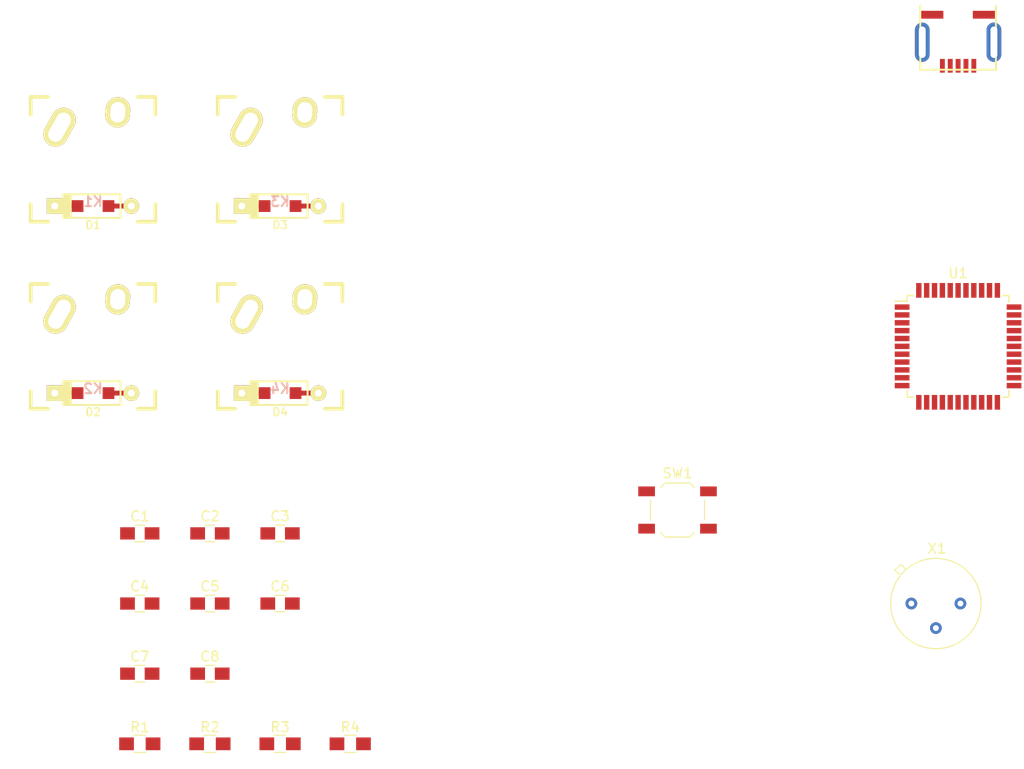
<source format=kicad_pcb>
(kicad_pcb (version 4) (host pcbnew 4.0.6)

  (general
    (links 72)
    (no_connects 40)
    (area 0 0 0 0)
    (thickness 1.6)
    (drawings 0)
    (tracks 0)
    (zones 0)
    (modules 24)
    (nets 45)
  )

  (page A4)
  (layers
    (0 F.Cu signal)
    (31 B.Cu signal)
    (32 B.Adhes user)
    (33 F.Adhes user)
    (34 B.Paste user)
    (35 F.Paste user)
    (36 B.SilkS user)
    (37 F.SilkS user)
    (38 B.Mask user)
    (39 F.Mask user)
    (40 Dwgs.User user)
    (41 Cmts.User user)
    (42 Eco1.User user)
    (43 Eco2.User user)
    (44 Edge.Cuts user)
    (45 Margin user)
    (46 B.CrtYd user)
    (47 F.CrtYd user)
    (48 B.Fab user)
    (49 F.Fab user)
  )

  (setup
    (last_trace_width 0.25)
    (trace_clearance 0.2)
    (zone_clearance 0.508)
    (zone_45_only no)
    (trace_min 0.2)
    (segment_width 0.2)
    (edge_width 0.15)
    (via_size 0.6)
    (via_drill 0.4)
    (via_min_size 0.4)
    (via_min_drill 0.3)
    (uvia_size 0.3)
    (uvia_drill 0.1)
    (uvias_allowed no)
    (uvia_min_size 0.2)
    (uvia_min_drill 0.1)
    (pcb_text_width 0.3)
    (pcb_text_size 1.5 1.5)
    (mod_edge_width 0.15)
    (mod_text_size 1 1)
    (mod_text_width 0.15)
    (pad_size 1.524 1.524)
    (pad_drill 0.762)
    (pad_to_mask_clearance 0.2)
    (aux_axis_origin 0 0)
    (visible_elements FFFFF77F)
    (pcbplotparams
      (layerselection 0x00030_80000001)
      (usegerberextensions false)
      (excludeedgelayer true)
      (linewidth 0.100000)
      (plotframeref false)
      (viasonmask false)
      (mode 1)
      (useauxorigin false)
      (hpglpennumber 1)
      (hpglpenspeed 20)
      (hpglpendiameter 15)
      (hpglpenoverlay 2)
      (psnegative false)
      (psa4output false)
      (plotreference true)
      (plotvalue true)
      (plotinvisibletext false)
      (padsonsilk false)
      (subtractmaskfromsilk false)
      (outputformat 1)
      (mirror false)
      (drillshape 1)
      (scaleselection 1)
      (outputdirectory ""))
  )

  (net 0 "")
  (net 1 "Net-(C1-Pad1)")
  (net 2 "Net-(C1-Pad2)")
  (net 3 "Net-(C2-Pad1)")
  (net 4 VCC)
  (net 5 GND)
  (net 6 "Net-(C8-Pad1)")
  (net 7 "Net-(D1-Pad2)")
  (net 8 /row0)
  (net 9 "Net-(D2-Pad2)")
  (net 10 /row1)
  (net 11 "Net-(D3-Pad2)")
  (net 12 "Net-(D4-Pad2)")
  (net 13 "Net-(J1-Pad2)")
  (net 14 "Net-(J1-Pad3)")
  (net 15 "Net-(J1-Pad4)")
  (net 16 /col0)
  (net 17 /col1)
  (net 18 "Net-(R1-Pad1)")
  (net 19 "Net-(R2-Pad2)")
  (net 20 "Net-(R3-Pad1)")
  (net 21 "Net-(R4-Pad1)")
  (net 22 "Net-(U1-Pad1)")
  (net 23 "Net-(U1-Pad7)")
  (net 24 "Net-(U1-Pad8)")
  (net 25 "Net-(U1-Pad9)")
  (net 26 "Net-(U1-Pad10)")
  (net 27 "Net-(U1-Pad11)")
  (net 28 "Net-(U1-Pad12)")
  (net 29 "Net-(U1-Pad18)")
  (net 30 "Net-(U1-Pad19)")
  (net 31 "Net-(U1-Pad20)")
  (net 32 "Net-(U1-Pad21)")
  (net 33 "Net-(U1-Pad22)")
  (net 34 "Net-(U1-Pad25)")
  (net 35 "Net-(U1-Pad26)")
  (net 36 "Net-(U1-Pad27)")
  (net 37 "Net-(U1-Pad28)")
  (net 38 "Net-(U1-Pad29)")
  (net 39 "Net-(U1-Pad30)")
  (net 40 "Net-(U1-Pad31)")
  (net 41 "Net-(U1-Pad32)")
  (net 42 "Net-(U1-Pad36)")
  (net 43 "Net-(U1-Pad37)")
  (net 44 "Net-(U1-Pad42)")

  (net_class Default "This is the default net class."
    (clearance 0.2)
    (trace_width 0.25)
    (via_dia 0.6)
    (via_drill 0.4)
    (uvia_dia 0.3)
    (uvia_drill 0.1)
    (add_net /col0)
    (add_net /col1)
    (add_net /row0)
    (add_net /row1)
    (add_net GND)
    (add_net "Net-(C1-Pad1)")
    (add_net "Net-(C1-Pad2)")
    (add_net "Net-(C2-Pad1)")
    (add_net "Net-(C8-Pad1)")
    (add_net "Net-(D1-Pad2)")
    (add_net "Net-(D2-Pad2)")
    (add_net "Net-(D3-Pad2)")
    (add_net "Net-(D4-Pad2)")
    (add_net "Net-(J1-Pad2)")
    (add_net "Net-(J1-Pad3)")
    (add_net "Net-(J1-Pad4)")
    (add_net "Net-(R1-Pad1)")
    (add_net "Net-(R2-Pad2)")
    (add_net "Net-(R3-Pad1)")
    (add_net "Net-(R4-Pad1)")
    (add_net "Net-(U1-Pad1)")
    (add_net "Net-(U1-Pad10)")
    (add_net "Net-(U1-Pad11)")
    (add_net "Net-(U1-Pad12)")
    (add_net "Net-(U1-Pad18)")
    (add_net "Net-(U1-Pad19)")
    (add_net "Net-(U1-Pad20)")
    (add_net "Net-(U1-Pad21)")
    (add_net "Net-(U1-Pad22)")
    (add_net "Net-(U1-Pad25)")
    (add_net "Net-(U1-Pad26)")
    (add_net "Net-(U1-Pad27)")
    (add_net "Net-(U1-Pad28)")
    (add_net "Net-(U1-Pad29)")
    (add_net "Net-(U1-Pad30)")
    (add_net "Net-(U1-Pad31)")
    (add_net "Net-(U1-Pad32)")
    (add_net "Net-(U1-Pad36)")
    (add_net "Net-(U1-Pad37)")
    (add_net "Net-(U1-Pad42)")
    (add_net "Net-(U1-Pad7)")
    (add_net "Net-(U1-Pad8)")
    (add_net "Net-(U1-Pad9)")
    (add_net VCC)
  )

  (module Capacitors_SMD:C_0805_HandSoldering (layer F.Cu) (tedit 58AA84A8) (tstamp 597A8C4F)
    (at 104.775 126.20625)
    (descr "Capacitor SMD 0805, hand soldering")
    (tags "capacitor 0805")
    (path /597A9852)
    (attr smd)
    (fp_text reference C1 (at 0 -1.75) (layer F.SilkS)
      (effects (font (size 1 1) (thickness 0.15)))
    )
    (fp_text value 22p (at 0 1.75) (layer F.Fab)
      (effects (font (size 1 1) (thickness 0.15)))
    )
    (fp_text user %R (at 0 -1.75) (layer F.Fab)
      (effects (font (size 1 1) (thickness 0.15)))
    )
    (fp_line (start -1 0.62) (end -1 -0.62) (layer F.Fab) (width 0.1))
    (fp_line (start 1 0.62) (end -1 0.62) (layer F.Fab) (width 0.1))
    (fp_line (start 1 -0.62) (end 1 0.62) (layer F.Fab) (width 0.1))
    (fp_line (start -1 -0.62) (end 1 -0.62) (layer F.Fab) (width 0.1))
    (fp_line (start 0.5 -0.85) (end -0.5 -0.85) (layer F.SilkS) (width 0.12))
    (fp_line (start -0.5 0.85) (end 0.5 0.85) (layer F.SilkS) (width 0.12))
    (fp_line (start -2.25 -0.88) (end 2.25 -0.88) (layer F.CrtYd) (width 0.05))
    (fp_line (start -2.25 -0.88) (end -2.25 0.87) (layer F.CrtYd) (width 0.05))
    (fp_line (start 2.25 0.87) (end 2.25 -0.88) (layer F.CrtYd) (width 0.05))
    (fp_line (start 2.25 0.87) (end -2.25 0.87) (layer F.CrtYd) (width 0.05))
    (pad 1 smd rect (at -1.25 0) (size 1.5 1.25) (layers F.Cu F.Paste F.Mask)
      (net 1 "Net-(C1-Pad1)"))
    (pad 2 smd rect (at 1.25 0) (size 1.5 1.25) (layers F.Cu F.Paste F.Mask)
      (net 2 "Net-(C1-Pad2)"))
    (model Capacitors_SMD.3dshapes/C_0805.wrl
      (at (xyz 0 0 0))
      (scale (xyz 1 1 1))
      (rotate (xyz 0 0 0))
    )
  )

  (module Capacitors_SMD:C_0805_HandSoldering (layer F.Cu) (tedit 58AA84A8) (tstamp 597A8C55)
    (at 111.91875 126.20625)
    (descr "Capacitor SMD 0805, hand soldering")
    (tags "capacitor 0805")
    (path /597A98A3)
    (attr smd)
    (fp_text reference C2 (at 0 -1.75) (layer F.SilkS)
      (effects (font (size 1 1) (thickness 0.15)))
    )
    (fp_text value 22p (at 0 1.75) (layer F.Fab)
      (effects (font (size 1 1) (thickness 0.15)))
    )
    (fp_text user %R (at 0 -1.75) (layer F.Fab)
      (effects (font (size 1 1) (thickness 0.15)))
    )
    (fp_line (start -1 0.62) (end -1 -0.62) (layer F.Fab) (width 0.1))
    (fp_line (start 1 0.62) (end -1 0.62) (layer F.Fab) (width 0.1))
    (fp_line (start 1 -0.62) (end 1 0.62) (layer F.Fab) (width 0.1))
    (fp_line (start -1 -0.62) (end 1 -0.62) (layer F.Fab) (width 0.1))
    (fp_line (start 0.5 -0.85) (end -0.5 -0.85) (layer F.SilkS) (width 0.12))
    (fp_line (start -0.5 0.85) (end 0.5 0.85) (layer F.SilkS) (width 0.12))
    (fp_line (start -2.25 -0.88) (end 2.25 -0.88) (layer F.CrtYd) (width 0.05))
    (fp_line (start -2.25 -0.88) (end -2.25 0.87) (layer F.CrtYd) (width 0.05))
    (fp_line (start 2.25 0.87) (end 2.25 -0.88) (layer F.CrtYd) (width 0.05))
    (fp_line (start 2.25 0.87) (end -2.25 0.87) (layer F.CrtYd) (width 0.05))
    (pad 1 smd rect (at -1.25 0) (size 1.5 1.25) (layers F.Cu F.Paste F.Mask)
      (net 3 "Net-(C2-Pad1)"))
    (pad 2 smd rect (at 1.25 0) (size 1.5 1.25) (layers F.Cu F.Paste F.Mask)
      (net 2 "Net-(C1-Pad2)"))
    (model Capacitors_SMD.3dshapes/C_0805.wrl
      (at (xyz 0 0 0))
      (scale (xyz 1 1 1))
      (rotate (xyz 0 0 0))
    )
  )

  (module Capacitors_SMD:C_0805_HandSoldering (layer F.Cu) (tedit 58AA84A8) (tstamp 597A8C5B)
    (at 119.0625 126.20625)
    (descr "Capacitor SMD 0805, hand soldering")
    (tags "capacitor 0805")
    (path /597A98DA)
    (attr smd)
    (fp_text reference C3 (at 0 -1.75) (layer F.SilkS)
      (effects (font (size 1 1) (thickness 0.15)))
    )
    (fp_text value 0.1u (at 0 1.75) (layer F.Fab)
      (effects (font (size 1 1) (thickness 0.15)))
    )
    (fp_text user %R (at 0 -1.75) (layer F.Fab)
      (effects (font (size 1 1) (thickness 0.15)))
    )
    (fp_line (start -1 0.62) (end -1 -0.62) (layer F.Fab) (width 0.1))
    (fp_line (start 1 0.62) (end -1 0.62) (layer F.Fab) (width 0.1))
    (fp_line (start 1 -0.62) (end 1 0.62) (layer F.Fab) (width 0.1))
    (fp_line (start -1 -0.62) (end 1 -0.62) (layer F.Fab) (width 0.1))
    (fp_line (start 0.5 -0.85) (end -0.5 -0.85) (layer F.SilkS) (width 0.12))
    (fp_line (start -0.5 0.85) (end 0.5 0.85) (layer F.SilkS) (width 0.12))
    (fp_line (start -2.25 -0.88) (end 2.25 -0.88) (layer F.CrtYd) (width 0.05))
    (fp_line (start -2.25 -0.88) (end -2.25 0.87) (layer F.CrtYd) (width 0.05))
    (fp_line (start 2.25 0.87) (end 2.25 -0.88) (layer F.CrtYd) (width 0.05))
    (fp_line (start 2.25 0.87) (end -2.25 0.87) (layer F.CrtYd) (width 0.05))
    (pad 1 smd rect (at -1.25 0) (size 1.5 1.25) (layers F.Cu F.Paste F.Mask)
      (net 4 VCC))
    (pad 2 smd rect (at 1.25 0) (size 1.5 1.25) (layers F.Cu F.Paste F.Mask)
      (net 5 GND))
    (model Capacitors_SMD.3dshapes/C_0805.wrl
      (at (xyz 0 0 0))
      (scale (xyz 1 1 1))
      (rotate (xyz 0 0 0))
    )
  )

  (module Capacitors_SMD:C_0805_HandSoldering (layer F.Cu) (tedit 58AA84A8) (tstamp 597A8C61)
    (at 104.775 133.35)
    (descr "Capacitor SMD 0805, hand soldering")
    (tags "capacitor 0805")
    (path /597A992F)
    (attr smd)
    (fp_text reference C4 (at 0 -1.75) (layer F.SilkS)
      (effects (font (size 1 1) (thickness 0.15)))
    )
    (fp_text value 0.1u (at 0 1.75) (layer F.Fab)
      (effects (font (size 1 1) (thickness 0.15)))
    )
    (fp_text user %R (at 0 -1.75) (layer F.Fab)
      (effects (font (size 1 1) (thickness 0.15)))
    )
    (fp_line (start -1 0.62) (end -1 -0.62) (layer F.Fab) (width 0.1))
    (fp_line (start 1 0.62) (end -1 0.62) (layer F.Fab) (width 0.1))
    (fp_line (start 1 -0.62) (end 1 0.62) (layer F.Fab) (width 0.1))
    (fp_line (start -1 -0.62) (end 1 -0.62) (layer F.Fab) (width 0.1))
    (fp_line (start 0.5 -0.85) (end -0.5 -0.85) (layer F.SilkS) (width 0.12))
    (fp_line (start -0.5 0.85) (end 0.5 0.85) (layer F.SilkS) (width 0.12))
    (fp_line (start -2.25 -0.88) (end 2.25 -0.88) (layer F.CrtYd) (width 0.05))
    (fp_line (start -2.25 -0.88) (end -2.25 0.87) (layer F.CrtYd) (width 0.05))
    (fp_line (start 2.25 0.87) (end 2.25 -0.88) (layer F.CrtYd) (width 0.05))
    (fp_line (start 2.25 0.87) (end -2.25 0.87) (layer F.CrtYd) (width 0.05))
    (pad 1 smd rect (at -1.25 0) (size 1.5 1.25) (layers F.Cu F.Paste F.Mask)
      (net 4 VCC))
    (pad 2 smd rect (at 1.25 0) (size 1.5 1.25) (layers F.Cu F.Paste F.Mask)
      (net 5 GND))
    (model Capacitors_SMD.3dshapes/C_0805.wrl
      (at (xyz 0 0 0))
      (scale (xyz 1 1 1))
      (rotate (xyz 0 0 0))
    )
  )

  (module Capacitors_SMD:C_0805_HandSoldering (layer F.Cu) (tedit 58AA84A8) (tstamp 597A8C67)
    (at 111.91875 133.35)
    (descr "Capacitor SMD 0805, hand soldering")
    (tags "capacitor 0805")
    (path /597A9966)
    (attr smd)
    (fp_text reference C5 (at 0 -1.75) (layer F.SilkS)
      (effects (font (size 1 1) (thickness 0.15)))
    )
    (fp_text value 0.1u (at 0 1.75) (layer F.Fab)
      (effects (font (size 1 1) (thickness 0.15)))
    )
    (fp_text user %R (at 0 -1.75) (layer F.Fab)
      (effects (font (size 1 1) (thickness 0.15)))
    )
    (fp_line (start -1 0.62) (end -1 -0.62) (layer F.Fab) (width 0.1))
    (fp_line (start 1 0.62) (end -1 0.62) (layer F.Fab) (width 0.1))
    (fp_line (start 1 -0.62) (end 1 0.62) (layer F.Fab) (width 0.1))
    (fp_line (start -1 -0.62) (end 1 -0.62) (layer F.Fab) (width 0.1))
    (fp_line (start 0.5 -0.85) (end -0.5 -0.85) (layer F.SilkS) (width 0.12))
    (fp_line (start -0.5 0.85) (end 0.5 0.85) (layer F.SilkS) (width 0.12))
    (fp_line (start -2.25 -0.88) (end 2.25 -0.88) (layer F.CrtYd) (width 0.05))
    (fp_line (start -2.25 -0.88) (end -2.25 0.87) (layer F.CrtYd) (width 0.05))
    (fp_line (start 2.25 0.87) (end 2.25 -0.88) (layer F.CrtYd) (width 0.05))
    (fp_line (start 2.25 0.87) (end -2.25 0.87) (layer F.CrtYd) (width 0.05))
    (pad 1 smd rect (at -1.25 0) (size 1.5 1.25) (layers F.Cu F.Paste F.Mask)
      (net 4 VCC))
    (pad 2 smd rect (at 1.25 0) (size 1.5 1.25) (layers F.Cu F.Paste F.Mask)
      (net 5 GND))
    (model Capacitors_SMD.3dshapes/C_0805.wrl
      (at (xyz 0 0 0))
      (scale (xyz 1 1 1))
      (rotate (xyz 0 0 0))
    )
  )

  (module Capacitors_SMD:C_0805_HandSoldering (layer F.Cu) (tedit 58AA84A8) (tstamp 597A8C6D)
    (at 119.0625 133.35)
    (descr "Capacitor SMD 0805, hand soldering")
    (tags "capacitor 0805")
    (path /597A9A07)
    (attr smd)
    (fp_text reference C6 (at 0 -1.75) (layer F.SilkS)
      (effects (font (size 1 1) (thickness 0.15)))
    )
    (fp_text value 0.1u (at 0 1.75) (layer F.Fab)
      (effects (font (size 1 1) (thickness 0.15)))
    )
    (fp_text user %R (at 0 -1.75) (layer F.Fab)
      (effects (font (size 1 1) (thickness 0.15)))
    )
    (fp_line (start -1 0.62) (end -1 -0.62) (layer F.Fab) (width 0.1))
    (fp_line (start 1 0.62) (end -1 0.62) (layer F.Fab) (width 0.1))
    (fp_line (start 1 -0.62) (end 1 0.62) (layer F.Fab) (width 0.1))
    (fp_line (start -1 -0.62) (end 1 -0.62) (layer F.Fab) (width 0.1))
    (fp_line (start 0.5 -0.85) (end -0.5 -0.85) (layer F.SilkS) (width 0.12))
    (fp_line (start -0.5 0.85) (end 0.5 0.85) (layer F.SilkS) (width 0.12))
    (fp_line (start -2.25 -0.88) (end 2.25 -0.88) (layer F.CrtYd) (width 0.05))
    (fp_line (start -2.25 -0.88) (end -2.25 0.87) (layer F.CrtYd) (width 0.05))
    (fp_line (start 2.25 0.87) (end 2.25 -0.88) (layer F.CrtYd) (width 0.05))
    (fp_line (start 2.25 0.87) (end -2.25 0.87) (layer F.CrtYd) (width 0.05))
    (pad 1 smd rect (at -1.25 0) (size 1.5 1.25) (layers F.Cu F.Paste F.Mask)
      (net 4 VCC))
    (pad 2 smd rect (at 1.25 0) (size 1.5 1.25) (layers F.Cu F.Paste F.Mask)
      (net 5 GND))
    (model Capacitors_SMD.3dshapes/C_0805.wrl
      (at (xyz 0 0 0))
      (scale (xyz 1 1 1))
      (rotate (xyz 0 0 0))
    )
  )

  (module Capacitors_SMD:C_0805_HandSoldering (layer F.Cu) (tedit 58AA84A8) (tstamp 597A8C73)
    (at 104.775 140.49375)
    (descr "Capacitor SMD 0805, hand soldering")
    (tags "capacitor 0805")
    (path /597A9A3A)
    (attr smd)
    (fp_text reference C7 (at 0 -1.75) (layer F.SilkS)
      (effects (font (size 1 1) (thickness 0.15)))
    )
    (fp_text value 0.1u (at 0 1.75) (layer F.Fab)
      (effects (font (size 1 1) (thickness 0.15)))
    )
    (fp_text user %R (at 0 -1.75) (layer F.Fab)
      (effects (font (size 1 1) (thickness 0.15)))
    )
    (fp_line (start -1 0.62) (end -1 -0.62) (layer F.Fab) (width 0.1))
    (fp_line (start 1 0.62) (end -1 0.62) (layer F.Fab) (width 0.1))
    (fp_line (start 1 -0.62) (end 1 0.62) (layer F.Fab) (width 0.1))
    (fp_line (start -1 -0.62) (end 1 -0.62) (layer F.Fab) (width 0.1))
    (fp_line (start 0.5 -0.85) (end -0.5 -0.85) (layer F.SilkS) (width 0.12))
    (fp_line (start -0.5 0.85) (end 0.5 0.85) (layer F.SilkS) (width 0.12))
    (fp_line (start -2.25 -0.88) (end 2.25 -0.88) (layer F.CrtYd) (width 0.05))
    (fp_line (start -2.25 -0.88) (end -2.25 0.87) (layer F.CrtYd) (width 0.05))
    (fp_line (start 2.25 0.87) (end 2.25 -0.88) (layer F.CrtYd) (width 0.05))
    (fp_line (start 2.25 0.87) (end -2.25 0.87) (layer F.CrtYd) (width 0.05))
    (pad 1 smd rect (at -1.25 0) (size 1.5 1.25) (layers F.Cu F.Paste F.Mask)
      (net 4 VCC))
    (pad 2 smd rect (at 1.25 0) (size 1.5 1.25) (layers F.Cu F.Paste F.Mask)
      (net 5 GND))
    (model Capacitors_SMD.3dshapes/C_0805.wrl
      (at (xyz 0 0 0))
      (scale (xyz 1 1 1))
      (rotate (xyz 0 0 0))
    )
  )

  (module Capacitors_SMD:C_0805_HandSoldering (layer F.Cu) (tedit 58AA84A8) (tstamp 597A8C79)
    (at 111.91875 140.49375)
    (descr "Capacitor SMD 0805, hand soldering")
    (tags "capacitor 0805")
    (path /597AB8CA)
    (attr smd)
    (fp_text reference C8 (at 0 -1.75) (layer F.SilkS)
      (effects (font (size 1 1) (thickness 0.15)))
    )
    (fp_text value 1u (at 0 1.75) (layer F.Fab)
      (effects (font (size 1 1) (thickness 0.15)))
    )
    (fp_text user %R (at 0 -1.75) (layer F.Fab)
      (effects (font (size 1 1) (thickness 0.15)))
    )
    (fp_line (start -1 0.62) (end -1 -0.62) (layer F.Fab) (width 0.1))
    (fp_line (start 1 0.62) (end -1 0.62) (layer F.Fab) (width 0.1))
    (fp_line (start 1 -0.62) (end 1 0.62) (layer F.Fab) (width 0.1))
    (fp_line (start -1 -0.62) (end 1 -0.62) (layer F.Fab) (width 0.1))
    (fp_line (start 0.5 -0.85) (end -0.5 -0.85) (layer F.SilkS) (width 0.12))
    (fp_line (start -0.5 0.85) (end 0.5 0.85) (layer F.SilkS) (width 0.12))
    (fp_line (start -2.25 -0.88) (end 2.25 -0.88) (layer F.CrtYd) (width 0.05))
    (fp_line (start -2.25 -0.88) (end -2.25 0.87) (layer F.CrtYd) (width 0.05))
    (fp_line (start 2.25 0.87) (end 2.25 -0.88) (layer F.CrtYd) (width 0.05))
    (fp_line (start 2.25 0.87) (end -2.25 0.87) (layer F.CrtYd) (width 0.05))
    (pad 1 smd rect (at -1.25 0) (size 1.5 1.25) (layers F.Cu F.Paste F.Mask)
      (net 6 "Net-(C8-Pad1)"))
    (pad 2 smd rect (at 1.25 0) (size 1.5 1.25) (layers F.Cu F.Paste F.Mask)
      (net 5 GND))
    (model Capacitors_SMD.3dshapes/C_0805.wrl
      (at (xyz 0 0 0))
      (scale (xyz 1 1 1))
      (rotate (xyz 0 0 0))
    )
  )

  (module keyboard_parts:D_SOD123_axial (layer F.Cu) (tedit 561B6A12) (tstamp 597A8C83)
    (at 100.0125 92.86875)
    (path /597B112E)
    (attr smd)
    (fp_text reference D1 (at 0 1.925) (layer F.SilkS)
      (effects (font (size 0.8 0.8) (thickness 0.15)))
    )
    (fp_text value D (at 0 -1.925) (layer F.SilkS) hide
      (effects (font (size 0.8 0.8) (thickness 0.15)))
    )
    (fp_line (start -2.275 -1.2) (end -2.275 1.2) (layer F.SilkS) (width 0.2))
    (fp_line (start -2.45 -1.2) (end -2.45 1.2) (layer F.SilkS) (width 0.2))
    (fp_line (start -2.625 -1.2) (end -2.625 1.2) (layer F.SilkS) (width 0.2))
    (fp_line (start -3.025 1.2) (end -3.025 -1.2) (layer F.SilkS) (width 0.2))
    (fp_line (start -2.8 -1.2) (end -2.8 1.2) (layer F.SilkS) (width 0.2))
    (fp_line (start -2.925 -1.2) (end -2.925 1.2) (layer F.SilkS) (width 0.2))
    (fp_line (start -3 -1.2) (end 2.8 -1.2) (layer F.SilkS) (width 0.2))
    (fp_line (start 2.8 -1.2) (end 2.8 1.2) (layer F.SilkS) (width 0.2))
    (fp_line (start 2.8 1.2) (end -3 1.2) (layer F.SilkS) (width 0.2))
    (pad 2 smd rect (at 1.575 0) (size 1.2 1.2) (layers F.Cu F.Paste F.Mask)
      (net 7 "Net-(D1-Pad2)"))
    (pad 1 smd rect (at -1.575 0) (size 1.2 1.2) (layers F.Cu F.Paste F.Mask)
      (net 8 /row0))
    (pad 1 thru_hole rect (at -3.9 0) (size 1.6 1.6) (drill 0.7) (layers *.Cu *.Mask F.SilkS)
      (net 8 /row0))
    (pad 2 thru_hole circle (at 3.9 0) (size 1.6 1.6) (drill 0.7) (layers *.Cu *.Mask F.SilkS)
      (net 7 "Net-(D1-Pad2)"))
    (pad 1 smd rect (at -2.7 0) (size 2.5 0.5) (layers F.Cu)
      (net 8 /row0) (solder_mask_margin -999))
    (pad 2 smd rect (at 2.7 0) (size 2.5 0.5) (layers F.Cu)
      (net 7 "Net-(D1-Pad2)") (solder_mask_margin -999))
  )

  (module keyboard_parts:D_SOD123_axial (layer F.Cu) (tedit 561B6A12) (tstamp 597A8C8D)
    (at 100.0125 111.91875)
    (path /597B1209)
    (attr smd)
    (fp_text reference D2 (at 0 1.925) (layer F.SilkS)
      (effects (font (size 0.8 0.8) (thickness 0.15)))
    )
    (fp_text value D (at 0 -1.925) (layer F.SilkS) hide
      (effects (font (size 0.8 0.8) (thickness 0.15)))
    )
    (fp_line (start -2.275 -1.2) (end -2.275 1.2) (layer F.SilkS) (width 0.2))
    (fp_line (start -2.45 -1.2) (end -2.45 1.2) (layer F.SilkS) (width 0.2))
    (fp_line (start -2.625 -1.2) (end -2.625 1.2) (layer F.SilkS) (width 0.2))
    (fp_line (start -3.025 1.2) (end -3.025 -1.2) (layer F.SilkS) (width 0.2))
    (fp_line (start -2.8 -1.2) (end -2.8 1.2) (layer F.SilkS) (width 0.2))
    (fp_line (start -2.925 -1.2) (end -2.925 1.2) (layer F.SilkS) (width 0.2))
    (fp_line (start -3 -1.2) (end 2.8 -1.2) (layer F.SilkS) (width 0.2))
    (fp_line (start 2.8 -1.2) (end 2.8 1.2) (layer F.SilkS) (width 0.2))
    (fp_line (start 2.8 1.2) (end -3 1.2) (layer F.SilkS) (width 0.2))
    (pad 2 smd rect (at 1.575 0) (size 1.2 1.2) (layers F.Cu F.Paste F.Mask)
      (net 9 "Net-(D2-Pad2)"))
    (pad 1 smd rect (at -1.575 0) (size 1.2 1.2) (layers F.Cu F.Paste F.Mask)
      (net 10 /row1))
    (pad 1 thru_hole rect (at -3.9 0) (size 1.6 1.6) (drill 0.7) (layers *.Cu *.Mask F.SilkS)
      (net 10 /row1))
    (pad 2 thru_hole circle (at 3.9 0) (size 1.6 1.6) (drill 0.7) (layers *.Cu *.Mask F.SilkS)
      (net 9 "Net-(D2-Pad2)"))
    (pad 1 smd rect (at -2.7 0) (size 2.5 0.5) (layers F.Cu)
      (net 10 /row1) (solder_mask_margin -999))
    (pad 2 smd rect (at 2.7 0) (size 2.5 0.5) (layers F.Cu)
      (net 9 "Net-(D2-Pad2)") (solder_mask_margin -999))
  )

  (module keyboard_parts:D_SOD123_axial (layer F.Cu) (tedit 561B6A12) (tstamp 597A8C97)
    (at 119.0625 92.86875)
    (path /597B207E)
    (attr smd)
    (fp_text reference D3 (at 0 1.925) (layer F.SilkS)
      (effects (font (size 0.8 0.8) (thickness 0.15)))
    )
    (fp_text value D (at 0 -1.925) (layer F.SilkS) hide
      (effects (font (size 0.8 0.8) (thickness 0.15)))
    )
    (fp_line (start -2.275 -1.2) (end -2.275 1.2) (layer F.SilkS) (width 0.2))
    (fp_line (start -2.45 -1.2) (end -2.45 1.2) (layer F.SilkS) (width 0.2))
    (fp_line (start -2.625 -1.2) (end -2.625 1.2) (layer F.SilkS) (width 0.2))
    (fp_line (start -3.025 1.2) (end -3.025 -1.2) (layer F.SilkS) (width 0.2))
    (fp_line (start -2.8 -1.2) (end -2.8 1.2) (layer F.SilkS) (width 0.2))
    (fp_line (start -2.925 -1.2) (end -2.925 1.2) (layer F.SilkS) (width 0.2))
    (fp_line (start -3 -1.2) (end 2.8 -1.2) (layer F.SilkS) (width 0.2))
    (fp_line (start 2.8 -1.2) (end 2.8 1.2) (layer F.SilkS) (width 0.2))
    (fp_line (start 2.8 1.2) (end -3 1.2) (layer F.SilkS) (width 0.2))
    (pad 2 smd rect (at 1.575 0) (size 1.2 1.2) (layers F.Cu F.Paste F.Mask)
      (net 11 "Net-(D3-Pad2)"))
    (pad 1 smd rect (at -1.575 0) (size 1.2 1.2) (layers F.Cu F.Paste F.Mask)
      (net 8 /row0))
    (pad 1 thru_hole rect (at -3.9 0) (size 1.6 1.6) (drill 0.7) (layers *.Cu *.Mask F.SilkS)
      (net 8 /row0))
    (pad 2 thru_hole circle (at 3.9 0) (size 1.6 1.6) (drill 0.7) (layers *.Cu *.Mask F.SilkS)
      (net 11 "Net-(D3-Pad2)"))
    (pad 1 smd rect (at -2.7 0) (size 2.5 0.5) (layers F.Cu)
      (net 8 /row0) (solder_mask_margin -999))
    (pad 2 smd rect (at 2.7 0) (size 2.5 0.5) (layers F.Cu)
      (net 11 "Net-(D3-Pad2)") (solder_mask_margin -999))
  )

  (module keyboard_parts:D_SOD123_axial (layer F.Cu) (tedit 561B6A12) (tstamp 597A8CA1)
    (at 119.0625 111.91875)
    (path /597B2111)
    (attr smd)
    (fp_text reference D4 (at 0 1.925) (layer F.SilkS)
      (effects (font (size 0.8 0.8) (thickness 0.15)))
    )
    (fp_text value D (at 0 -1.925) (layer F.SilkS) hide
      (effects (font (size 0.8 0.8) (thickness 0.15)))
    )
    (fp_line (start -2.275 -1.2) (end -2.275 1.2) (layer F.SilkS) (width 0.2))
    (fp_line (start -2.45 -1.2) (end -2.45 1.2) (layer F.SilkS) (width 0.2))
    (fp_line (start -2.625 -1.2) (end -2.625 1.2) (layer F.SilkS) (width 0.2))
    (fp_line (start -3.025 1.2) (end -3.025 -1.2) (layer F.SilkS) (width 0.2))
    (fp_line (start -2.8 -1.2) (end -2.8 1.2) (layer F.SilkS) (width 0.2))
    (fp_line (start -2.925 -1.2) (end -2.925 1.2) (layer F.SilkS) (width 0.2))
    (fp_line (start -3 -1.2) (end 2.8 -1.2) (layer F.SilkS) (width 0.2))
    (fp_line (start 2.8 -1.2) (end 2.8 1.2) (layer F.SilkS) (width 0.2))
    (fp_line (start 2.8 1.2) (end -3 1.2) (layer F.SilkS) (width 0.2))
    (pad 2 smd rect (at 1.575 0) (size 1.2 1.2) (layers F.Cu F.Paste F.Mask)
      (net 12 "Net-(D4-Pad2)"))
    (pad 1 smd rect (at -1.575 0) (size 1.2 1.2) (layers F.Cu F.Paste F.Mask)
      (net 10 /row1))
    (pad 1 thru_hole rect (at -3.9 0) (size 1.6 1.6) (drill 0.7) (layers *.Cu *.Mask F.SilkS)
      (net 10 /row1))
    (pad 2 thru_hole circle (at 3.9 0) (size 1.6 1.6) (drill 0.7) (layers *.Cu *.Mask F.SilkS)
      (net 12 "Net-(D4-Pad2)"))
    (pad 1 smd rect (at -2.7 0) (size 2.5 0.5) (layers F.Cu)
      (net 10 /row1) (solder_mask_margin -999))
    (pad 2 smd rect (at 2.7 0) (size 2.5 0.5) (layers F.Cu)
      (net 12 "Net-(D4-Pad2)") (solder_mask_margin -999))
  )

  (module keyboard_parts:USB_miniB_hirose_5S8 (layer F.Cu) (tedit 5950B1FC) (tstamp 597A8CAE)
    (at 188.11875 78.58125 180)
    (descr "USB miniB hirose UX60SC-MB-5S8")
    (tags "USB miniB hirose through hole UX60SC-MB-5S8")
    (path /597AB43A)
    (fp_text reference J1 (at 0 2.45 180) (layer F.SilkS) hide
      (effects (font (size 0.8128 0.8128) (thickness 0.2032)))
    )
    (fp_text value USB_mini_micro_B (at 0 7.95 180) (layer Dwgs.User) hide
      (effects (font (thickness 0.3048)))
    )
    (fp_line (start 3.85 -0.4) (end 3.85 6.1) (layer F.SilkS) (width 0.2))
    (fp_line (start -3.85 -0.4) (end -3.85 6.1) (layer F.SilkS) (width 0.2))
    (fp_line (start -3.85 -0.4) (end 3.85 -0.4) (layer F.SilkS) (width 0.2))
    (fp_line (start -1 6.1) (end 1 6.1) (layer Dwgs.User) (width 0.2))
    (fp_line (start -3.85 6.6) (end -3.85 5.7) (layer Dwgs.User) (width 0.2))
    (fp_line (start 3.85 6.6) (end 3.85 5.7) (layer Dwgs.User) (width 0.2))
    (fp_text user "PCB edge" (at -0.05 5.35 180) (layer Dwgs.User) hide
      (effects (font (size 0.5 0.5) (thickness 0.125)))
    )
    (fp_line (start -3.85 6.6) (end 3.85 6.6) (layer Dwgs.User) (width 0.2))
    (pad 6 smd rect (at 2.675 5.2 180) (size 2.35 0.8) (layers F.Cu F.Paste F.Mask)
      (net 5 GND))
    (pad 6 smd rect (at -2.675 5.2 180) (size 2.35 0.8) (layers F.Cu F.Paste F.Mask)
      (net 5 GND))
    (pad 1 smd rect (at -1.6 0 180) (size 0.5 1.4) (layers F.Cu F.Paste F.Mask)
      (net 4 VCC))
    (pad 2 smd rect (at -0.8 0 180) (size 0.5 1.4) (layers F.Cu F.Paste F.Mask)
      (net 13 "Net-(J1-Pad2)"))
    (pad 3 smd rect (at 0 0 180) (size 0.5 1.4) (layers F.Cu F.Paste F.Mask)
      (net 14 "Net-(J1-Pad3)"))
    (pad 4 smd rect (at 0.8 0 180) (size 0.5 1.4) (layers F.Cu F.Paste F.Mask)
      (net 15 "Net-(J1-Pad4)"))
    (pad 5 smd rect (at 1.6 0 180) (size 0.5 1.4) (layers F.Cu F.Paste F.Mask)
      (net 5 GND))
    (pad 6 thru_hole oval (at -3.65 2.4 180) (size 1.5 4) (drill oval 0.7 3.2) (layers *.Cu *.Mask F.Paste)
      (net 5 GND))
    (pad 6 thru_hole oval (at 3.65 2.4 180) (size 1.5 4) (drill oval 0.7 3.2) (layers *.Cu *.Mask F.Paste)
      (net 5 GND))
  )

  (module keebs:Mx_Alps_100 (layer F.Cu) (tedit 58057B75) (tstamp 597A8CB7)
    (at 100.0125 88.10625)
    (descr MXALPS)
    (tags MXALPS)
    (path /597AEE6C)
    (fp_text reference K1 (at 0 4.318) (layer B.SilkS)
      (effects (font (size 1 1) (thickness 0.2)) (justify mirror))
    )
    (fp_text value KEYSW (at 5.334 10.922) (layer B.SilkS) hide
      (effects (font (thickness 0.3048)) (justify mirror))
    )
    (fp_line (start -6.35 -6.35) (end 6.35 -6.35) (layer Cmts.User) (width 0.1524))
    (fp_line (start 6.35 -6.35) (end 6.35 6.35) (layer Cmts.User) (width 0.1524))
    (fp_line (start 6.35 6.35) (end -6.35 6.35) (layer Cmts.User) (width 0.1524))
    (fp_line (start -6.35 6.35) (end -6.35 -6.35) (layer Cmts.User) (width 0.1524))
    (fp_line (start -9.398 -9.398) (end 9.398 -9.398) (layer Dwgs.User) (width 0.1524))
    (fp_line (start 9.398 -9.398) (end 9.398 9.398) (layer Dwgs.User) (width 0.1524))
    (fp_line (start 9.398 9.398) (end -9.398 9.398) (layer Dwgs.User) (width 0.1524))
    (fp_line (start -9.398 9.398) (end -9.398 -9.398) (layer Dwgs.User) (width 0.1524))
    (fp_line (start -6.35 -6.35) (end -4.572 -6.35) (layer F.SilkS) (width 0.381))
    (fp_line (start 4.572 -6.35) (end 6.35 -6.35) (layer F.SilkS) (width 0.381))
    (fp_line (start 6.35 -6.35) (end 6.35 -4.572) (layer F.SilkS) (width 0.381))
    (fp_line (start 6.35 4.572) (end 6.35 6.35) (layer F.SilkS) (width 0.381))
    (fp_line (start 6.35 6.35) (end 4.572 6.35) (layer F.SilkS) (width 0.381))
    (fp_line (start -4.572 6.35) (end -6.35 6.35) (layer F.SilkS) (width 0.381))
    (fp_line (start -6.35 6.35) (end -6.35 4.572) (layer F.SilkS) (width 0.381))
    (fp_line (start -6.35 -4.572) (end -6.35 -6.35) (layer F.SilkS) (width 0.381))
    (fp_line (start -6.985 -6.985) (end 6.985 -6.985) (layer Eco2.User) (width 0.1524))
    (fp_line (start 6.985 -6.985) (end 6.985 6.985) (layer Eco2.User) (width 0.1524))
    (fp_line (start 6.985 6.985) (end -6.985 6.985) (layer Eco2.User) (width 0.1524))
    (fp_line (start -6.985 6.985) (end -6.985 -6.985) (layer Eco2.User) (width 0.1524))
    (fp_line (start -7.75 6.4) (end -7.75 -6.4) (layer Dwgs.User) (width 0.3))
    (fp_line (start -7.75 6.4) (end 7.75 6.4) (layer Dwgs.User) (width 0.3))
    (fp_line (start 7.75 6.4) (end 7.75 -6.4) (layer Dwgs.User) (width 0.3))
    (fp_line (start 7.75 -6.4) (end -7.75 -6.4) (layer Dwgs.User) (width 0.3))
    (fp_line (start -7.62 -7.62) (end 7.62 -7.62) (layer Dwgs.User) (width 0.3))
    (fp_line (start 7.62 -7.62) (end 7.62 7.62) (layer Dwgs.User) (width 0.3))
    (fp_line (start 7.62 7.62) (end -7.62 7.62) (layer Dwgs.User) (width 0.3))
    (fp_line (start -7.62 7.62) (end -7.62 -7.62) (layer Dwgs.User) (width 0.3))
    (pad HOLE np_thru_hole circle (at 0 0) (size 3.9878 3.9878) (drill 3.9878) (layers *.Cu))
    (pad HOLE np_thru_hole circle (at -5.08 0) (size 1.7018 1.7018) (drill 1.7018) (layers *.Cu))
    (pad HOLE np_thru_hole circle (at 5.08 0) (size 1.7018 1.7018) (drill 1.7018) (layers *.Cu))
    (pad 1 thru_hole oval (at -3.405 -3.27 330.95) (size 2.5 4.17) (drill oval 1.5 3.17) (layers *.Cu *.Mask F.SilkS)
      (net 16 /col0))
    (pad 2 thru_hole oval (at 2.52 -4.79 356.1) (size 2.5 3.08) (drill oval 1.5 2.08) (layers *.Cu *.Mask F.SilkS)
      (net 7 "Net-(D1-Pad2)"))
  )

  (module keebs:Mx_Alps_100 (layer F.Cu) (tedit 58057B75) (tstamp 597A8CC0)
    (at 100.0125 107.15625)
    (descr MXALPS)
    (tags MXALPS)
    (path /597AF845)
    (fp_text reference K2 (at 0 4.318) (layer B.SilkS)
      (effects (font (size 1 1) (thickness 0.2)) (justify mirror))
    )
    (fp_text value KEYSW (at 5.334 10.922) (layer B.SilkS) hide
      (effects (font (thickness 0.3048)) (justify mirror))
    )
    (fp_line (start -6.35 -6.35) (end 6.35 -6.35) (layer Cmts.User) (width 0.1524))
    (fp_line (start 6.35 -6.35) (end 6.35 6.35) (layer Cmts.User) (width 0.1524))
    (fp_line (start 6.35 6.35) (end -6.35 6.35) (layer Cmts.User) (width 0.1524))
    (fp_line (start -6.35 6.35) (end -6.35 -6.35) (layer Cmts.User) (width 0.1524))
    (fp_line (start -9.398 -9.398) (end 9.398 -9.398) (layer Dwgs.User) (width 0.1524))
    (fp_line (start 9.398 -9.398) (end 9.398 9.398) (layer Dwgs.User) (width 0.1524))
    (fp_line (start 9.398 9.398) (end -9.398 9.398) (layer Dwgs.User) (width 0.1524))
    (fp_line (start -9.398 9.398) (end -9.398 -9.398) (layer Dwgs.User) (width 0.1524))
    (fp_line (start -6.35 -6.35) (end -4.572 -6.35) (layer F.SilkS) (width 0.381))
    (fp_line (start 4.572 -6.35) (end 6.35 -6.35) (layer F.SilkS) (width 0.381))
    (fp_line (start 6.35 -6.35) (end 6.35 -4.572) (layer F.SilkS) (width 0.381))
    (fp_line (start 6.35 4.572) (end 6.35 6.35) (layer F.SilkS) (width 0.381))
    (fp_line (start 6.35 6.35) (end 4.572 6.35) (layer F.SilkS) (width 0.381))
    (fp_line (start -4.572 6.35) (end -6.35 6.35) (layer F.SilkS) (width 0.381))
    (fp_line (start -6.35 6.35) (end -6.35 4.572) (layer F.SilkS) (width 0.381))
    (fp_line (start -6.35 -4.572) (end -6.35 -6.35) (layer F.SilkS) (width 0.381))
    (fp_line (start -6.985 -6.985) (end 6.985 -6.985) (layer Eco2.User) (width 0.1524))
    (fp_line (start 6.985 -6.985) (end 6.985 6.985) (layer Eco2.User) (width 0.1524))
    (fp_line (start 6.985 6.985) (end -6.985 6.985) (layer Eco2.User) (width 0.1524))
    (fp_line (start -6.985 6.985) (end -6.985 -6.985) (layer Eco2.User) (width 0.1524))
    (fp_line (start -7.75 6.4) (end -7.75 -6.4) (layer Dwgs.User) (width 0.3))
    (fp_line (start -7.75 6.4) (end 7.75 6.4) (layer Dwgs.User) (width 0.3))
    (fp_line (start 7.75 6.4) (end 7.75 -6.4) (layer Dwgs.User) (width 0.3))
    (fp_line (start 7.75 -6.4) (end -7.75 -6.4) (layer Dwgs.User) (width 0.3))
    (fp_line (start -7.62 -7.62) (end 7.62 -7.62) (layer Dwgs.User) (width 0.3))
    (fp_line (start 7.62 -7.62) (end 7.62 7.62) (layer Dwgs.User) (width 0.3))
    (fp_line (start 7.62 7.62) (end -7.62 7.62) (layer Dwgs.User) (width 0.3))
    (fp_line (start -7.62 7.62) (end -7.62 -7.62) (layer Dwgs.User) (width 0.3))
    (pad HOLE np_thru_hole circle (at 0 0) (size 3.9878 3.9878) (drill 3.9878) (layers *.Cu))
    (pad HOLE np_thru_hole circle (at -5.08 0) (size 1.7018 1.7018) (drill 1.7018) (layers *.Cu))
    (pad HOLE np_thru_hole circle (at 5.08 0) (size 1.7018 1.7018) (drill 1.7018) (layers *.Cu))
    (pad 1 thru_hole oval (at -3.405 -3.27 330.95) (size 2.5 4.17) (drill oval 1.5 3.17) (layers *.Cu *.Mask F.SilkS)
      (net 16 /col0))
    (pad 2 thru_hole oval (at 2.52 -4.79 356.1) (size 2.5 3.08) (drill oval 1.5 2.08) (layers *.Cu *.Mask F.SilkS)
      (net 9 "Net-(D2-Pad2)"))
  )

  (module keebs:Mx_Alps_100 (layer F.Cu) (tedit 58057B75) (tstamp 597A8CC9)
    (at 119.0625 88.10625)
    (descr MXALPS)
    (tags MXALPS)
    (path /597AF68A)
    (fp_text reference K3 (at 0 4.318) (layer B.SilkS)
      (effects (font (size 1 1) (thickness 0.2)) (justify mirror))
    )
    (fp_text value KEYSW (at 5.334 10.922) (layer B.SilkS) hide
      (effects (font (thickness 0.3048)) (justify mirror))
    )
    (fp_line (start -6.35 -6.35) (end 6.35 -6.35) (layer Cmts.User) (width 0.1524))
    (fp_line (start 6.35 -6.35) (end 6.35 6.35) (layer Cmts.User) (width 0.1524))
    (fp_line (start 6.35 6.35) (end -6.35 6.35) (layer Cmts.User) (width 0.1524))
    (fp_line (start -6.35 6.35) (end -6.35 -6.35) (layer Cmts.User) (width 0.1524))
    (fp_line (start -9.398 -9.398) (end 9.398 -9.398) (layer Dwgs.User) (width 0.1524))
    (fp_line (start 9.398 -9.398) (end 9.398 9.398) (layer Dwgs.User) (width 0.1524))
    (fp_line (start 9.398 9.398) (end -9.398 9.398) (layer Dwgs.User) (width 0.1524))
    (fp_line (start -9.398 9.398) (end -9.398 -9.398) (layer Dwgs.User) (width 0.1524))
    (fp_line (start -6.35 -6.35) (end -4.572 -6.35) (layer F.SilkS) (width 0.381))
    (fp_line (start 4.572 -6.35) (end 6.35 -6.35) (layer F.SilkS) (width 0.381))
    (fp_line (start 6.35 -6.35) (end 6.35 -4.572) (layer F.SilkS) (width 0.381))
    (fp_line (start 6.35 4.572) (end 6.35 6.35) (layer F.SilkS) (width 0.381))
    (fp_line (start 6.35 6.35) (end 4.572 6.35) (layer F.SilkS) (width 0.381))
    (fp_line (start -4.572 6.35) (end -6.35 6.35) (layer F.SilkS) (width 0.381))
    (fp_line (start -6.35 6.35) (end -6.35 4.572) (layer F.SilkS) (width 0.381))
    (fp_line (start -6.35 -4.572) (end -6.35 -6.35) (layer F.SilkS) (width 0.381))
    (fp_line (start -6.985 -6.985) (end 6.985 -6.985) (layer Eco2.User) (width 0.1524))
    (fp_line (start 6.985 -6.985) (end 6.985 6.985) (layer Eco2.User) (width 0.1524))
    (fp_line (start 6.985 6.985) (end -6.985 6.985) (layer Eco2.User) (width 0.1524))
    (fp_line (start -6.985 6.985) (end -6.985 -6.985) (layer Eco2.User) (width 0.1524))
    (fp_line (start -7.75 6.4) (end -7.75 -6.4) (layer Dwgs.User) (width 0.3))
    (fp_line (start -7.75 6.4) (end 7.75 6.4) (layer Dwgs.User) (width 0.3))
    (fp_line (start 7.75 6.4) (end 7.75 -6.4) (layer Dwgs.User) (width 0.3))
    (fp_line (start 7.75 -6.4) (end -7.75 -6.4) (layer Dwgs.User) (width 0.3))
    (fp_line (start -7.62 -7.62) (end 7.62 -7.62) (layer Dwgs.User) (width 0.3))
    (fp_line (start 7.62 -7.62) (end 7.62 7.62) (layer Dwgs.User) (width 0.3))
    (fp_line (start 7.62 7.62) (end -7.62 7.62) (layer Dwgs.User) (width 0.3))
    (fp_line (start -7.62 7.62) (end -7.62 -7.62) (layer Dwgs.User) (width 0.3))
    (pad HOLE np_thru_hole circle (at 0 0) (size 3.9878 3.9878) (drill 3.9878) (layers *.Cu))
    (pad HOLE np_thru_hole circle (at -5.08 0) (size 1.7018 1.7018) (drill 1.7018) (layers *.Cu))
    (pad HOLE np_thru_hole circle (at 5.08 0) (size 1.7018 1.7018) (drill 1.7018) (layers *.Cu))
    (pad 1 thru_hole oval (at -3.405 -3.27 330.95) (size 2.5 4.17) (drill oval 1.5 3.17) (layers *.Cu *.Mask F.SilkS)
      (net 17 /col1))
    (pad 2 thru_hole oval (at 2.52 -4.79 356.1) (size 2.5 3.08) (drill oval 1.5 2.08) (layers *.Cu *.Mask F.SilkS)
      (net 11 "Net-(D3-Pad2)"))
  )

  (module keebs:Mx_Alps_100 (layer F.Cu) (tedit 58057B75) (tstamp 597A8CD2)
    (at 119.0625 107.15625)
    (descr MXALPS)
    (tags MXALPS)
    (path /597AF910)
    (fp_text reference K4 (at 0 4.318) (layer B.SilkS)
      (effects (font (size 1 1) (thickness 0.2)) (justify mirror))
    )
    (fp_text value KEYSW (at 5.334 10.922) (layer B.SilkS) hide
      (effects (font (thickness 0.3048)) (justify mirror))
    )
    (fp_line (start -6.35 -6.35) (end 6.35 -6.35) (layer Cmts.User) (width 0.1524))
    (fp_line (start 6.35 -6.35) (end 6.35 6.35) (layer Cmts.User) (width 0.1524))
    (fp_line (start 6.35 6.35) (end -6.35 6.35) (layer Cmts.User) (width 0.1524))
    (fp_line (start -6.35 6.35) (end -6.35 -6.35) (layer Cmts.User) (width 0.1524))
    (fp_line (start -9.398 -9.398) (end 9.398 -9.398) (layer Dwgs.User) (width 0.1524))
    (fp_line (start 9.398 -9.398) (end 9.398 9.398) (layer Dwgs.User) (width 0.1524))
    (fp_line (start 9.398 9.398) (end -9.398 9.398) (layer Dwgs.User) (width 0.1524))
    (fp_line (start -9.398 9.398) (end -9.398 -9.398) (layer Dwgs.User) (width 0.1524))
    (fp_line (start -6.35 -6.35) (end -4.572 -6.35) (layer F.SilkS) (width 0.381))
    (fp_line (start 4.572 -6.35) (end 6.35 -6.35) (layer F.SilkS) (width 0.381))
    (fp_line (start 6.35 -6.35) (end 6.35 -4.572) (layer F.SilkS) (width 0.381))
    (fp_line (start 6.35 4.572) (end 6.35 6.35) (layer F.SilkS) (width 0.381))
    (fp_line (start 6.35 6.35) (end 4.572 6.35) (layer F.SilkS) (width 0.381))
    (fp_line (start -4.572 6.35) (end -6.35 6.35) (layer F.SilkS) (width 0.381))
    (fp_line (start -6.35 6.35) (end -6.35 4.572) (layer F.SilkS) (width 0.381))
    (fp_line (start -6.35 -4.572) (end -6.35 -6.35) (layer F.SilkS) (width 0.381))
    (fp_line (start -6.985 -6.985) (end 6.985 -6.985) (layer Eco2.User) (width 0.1524))
    (fp_line (start 6.985 -6.985) (end 6.985 6.985) (layer Eco2.User) (width 0.1524))
    (fp_line (start 6.985 6.985) (end -6.985 6.985) (layer Eco2.User) (width 0.1524))
    (fp_line (start -6.985 6.985) (end -6.985 -6.985) (layer Eco2.User) (width 0.1524))
    (fp_line (start -7.75 6.4) (end -7.75 -6.4) (layer Dwgs.User) (width 0.3))
    (fp_line (start -7.75 6.4) (end 7.75 6.4) (layer Dwgs.User) (width 0.3))
    (fp_line (start 7.75 6.4) (end 7.75 -6.4) (layer Dwgs.User) (width 0.3))
    (fp_line (start 7.75 -6.4) (end -7.75 -6.4) (layer Dwgs.User) (width 0.3))
    (fp_line (start -7.62 -7.62) (end 7.62 -7.62) (layer Dwgs.User) (width 0.3))
    (fp_line (start 7.62 -7.62) (end 7.62 7.62) (layer Dwgs.User) (width 0.3))
    (fp_line (start 7.62 7.62) (end -7.62 7.62) (layer Dwgs.User) (width 0.3))
    (fp_line (start -7.62 7.62) (end -7.62 -7.62) (layer Dwgs.User) (width 0.3))
    (pad HOLE np_thru_hole circle (at 0 0) (size 3.9878 3.9878) (drill 3.9878) (layers *.Cu))
    (pad HOLE np_thru_hole circle (at -5.08 0) (size 1.7018 1.7018) (drill 1.7018) (layers *.Cu))
    (pad HOLE np_thru_hole circle (at 5.08 0) (size 1.7018 1.7018) (drill 1.7018) (layers *.Cu))
    (pad 1 thru_hole oval (at -3.405 -3.27 330.95) (size 2.5 4.17) (drill oval 1.5 3.17) (layers *.Cu *.Mask F.SilkS)
      (net 17 /col1))
    (pad 2 thru_hole oval (at 2.52 -4.79 356.1) (size 2.5 3.08) (drill oval 1.5 2.08) (layers *.Cu *.Mask F.SilkS)
      (net 12 "Net-(D4-Pad2)"))
  )

  (module Resistors_SMD:R_0805_HandSoldering (layer F.Cu) (tedit 58E0A804) (tstamp 597A8CD8)
    (at 104.775 147.6375)
    (descr "Resistor SMD 0805, hand soldering")
    (tags "resistor 0805")
    (path /597AABCF)
    (attr smd)
    (fp_text reference R1 (at 0 -1.7) (layer F.SilkS)
      (effects (font (size 1 1) (thickness 0.15)))
    )
    (fp_text value 10k (at 0 1.75) (layer F.Fab)
      (effects (font (size 1 1) (thickness 0.15)))
    )
    (fp_text user %R (at 0 0) (layer F.Fab)
      (effects (font (size 0.5 0.5) (thickness 0.075)))
    )
    (fp_line (start -1 0.62) (end -1 -0.62) (layer F.Fab) (width 0.1))
    (fp_line (start 1 0.62) (end -1 0.62) (layer F.Fab) (width 0.1))
    (fp_line (start 1 -0.62) (end 1 0.62) (layer F.Fab) (width 0.1))
    (fp_line (start -1 -0.62) (end 1 -0.62) (layer F.Fab) (width 0.1))
    (fp_line (start 0.6 0.88) (end -0.6 0.88) (layer F.SilkS) (width 0.12))
    (fp_line (start -0.6 -0.88) (end 0.6 -0.88) (layer F.SilkS) (width 0.12))
    (fp_line (start -2.35 -0.9) (end 2.35 -0.9) (layer F.CrtYd) (width 0.05))
    (fp_line (start -2.35 -0.9) (end -2.35 0.9) (layer F.CrtYd) (width 0.05))
    (fp_line (start 2.35 0.9) (end 2.35 -0.9) (layer F.CrtYd) (width 0.05))
    (fp_line (start 2.35 0.9) (end -2.35 0.9) (layer F.CrtYd) (width 0.05))
    (pad 1 smd rect (at -1.35 0) (size 1.5 1.3) (layers F.Cu F.Paste F.Mask)
      (net 18 "Net-(R1-Pad1)"))
    (pad 2 smd rect (at 1.35 0) (size 1.5 1.3) (layers F.Cu F.Paste F.Mask)
      (net 4 VCC))
    (model ${KISYS3DMOD}/Resistors_SMD.3dshapes/R_0805.wrl
      (at (xyz 0 0 0))
      (scale (xyz 1 1 1))
      (rotate (xyz 0 0 0))
    )
  )

  (module Resistors_SMD:R_0805_HandSoldering (layer F.Cu) (tedit 58E0A804) (tstamp 597A8CDE)
    (at 111.91875 147.6375)
    (descr "Resistor SMD 0805, hand soldering")
    (tags "resistor 0805")
    (path /597AAF66)
    (attr smd)
    (fp_text reference R2 (at 0 -1.7) (layer F.SilkS)
      (effects (font (size 1 1) (thickness 0.15)))
    )
    (fp_text value 10k (at 0 1.75) (layer F.Fab)
      (effects (font (size 1 1) (thickness 0.15)))
    )
    (fp_text user %R (at 0 0) (layer F.Fab)
      (effects (font (size 0.5 0.5) (thickness 0.075)))
    )
    (fp_line (start -1 0.62) (end -1 -0.62) (layer F.Fab) (width 0.1))
    (fp_line (start 1 0.62) (end -1 0.62) (layer F.Fab) (width 0.1))
    (fp_line (start 1 -0.62) (end 1 0.62) (layer F.Fab) (width 0.1))
    (fp_line (start -1 -0.62) (end 1 -0.62) (layer F.Fab) (width 0.1))
    (fp_line (start 0.6 0.88) (end -0.6 0.88) (layer F.SilkS) (width 0.12))
    (fp_line (start -0.6 -0.88) (end 0.6 -0.88) (layer F.SilkS) (width 0.12))
    (fp_line (start -2.35 -0.9) (end 2.35 -0.9) (layer F.CrtYd) (width 0.05))
    (fp_line (start -2.35 -0.9) (end -2.35 0.9) (layer F.CrtYd) (width 0.05))
    (fp_line (start 2.35 0.9) (end 2.35 -0.9) (layer F.CrtYd) (width 0.05))
    (fp_line (start 2.35 0.9) (end -2.35 0.9) (layer F.CrtYd) (width 0.05))
    (pad 1 smd rect (at -1.35 0) (size 1.5 1.3) (layers F.Cu F.Paste F.Mask)
      (net 5 GND))
    (pad 2 smd rect (at 1.35 0) (size 1.5 1.3) (layers F.Cu F.Paste F.Mask)
      (net 19 "Net-(R2-Pad2)"))
    (model ${KISYS3DMOD}/Resistors_SMD.3dshapes/R_0805.wrl
      (at (xyz 0 0 0))
      (scale (xyz 1 1 1))
      (rotate (xyz 0 0 0))
    )
  )

  (module Resistors_SMD:R_0805_HandSoldering (layer F.Cu) (tedit 58E0A804) (tstamp 597A8CE4)
    (at 119.0625 147.6375)
    (descr "Resistor SMD 0805, hand soldering")
    (tags "resistor 0805")
    (path /597ACADD)
    (attr smd)
    (fp_text reference R3 (at 0 -1.7) (layer F.SilkS)
      (effects (font (size 1 1) (thickness 0.15)))
    )
    (fp_text value 22 (at 0 1.75) (layer F.Fab)
      (effects (font (size 1 1) (thickness 0.15)))
    )
    (fp_text user %R (at 0 0) (layer F.Fab)
      (effects (font (size 0.5 0.5) (thickness 0.075)))
    )
    (fp_line (start -1 0.62) (end -1 -0.62) (layer F.Fab) (width 0.1))
    (fp_line (start 1 0.62) (end -1 0.62) (layer F.Fab) (width 0.1))
    (fp_line (start 1 -0.62) (end 1 0.62) (layer F.Fab) (width 0.1))
    (fp_line (start -1 -0.62) (end 1 -0.62) (layer F.Fab) (width 0.1))
    (fp_line (start 0.6 0.88) (end -0.6 0.88) (layer F.SilkS) (width 0.12))
    (fp_line (start -0.6 -0.88) (end 0.6 -0.88) (layer F.SilkS) (width 0.12))
    (fp_line (start -2.35 -0.9) (end 2.35 -0.9) (layer F.CrtYd) (width 0.05))
    (fp_line (start -2.35 -0.9) (end -2.35 0.9) (layer F.CrtYd) (width 0.05))
    (fp_line (start 2.35 0.9) (end 2.35 -0.9) (layer F.CrtYd) (width 0.05))
    (fp_line (start 2.35 0.9) (end -2.35 0.9) (layer F.CrtYd) (width 0.05))
    (pad 1 smd rect (at -1.35 0) (size 1.5 1.3) (layers F.Cu F.Paste F.Mask)
      (net 20 "Net-(R3-Pad1)"))
    (pad 2 smd rect (at 1.35 0) (size 1.5 1.3) (layers F.Cu F.Paste F.Mask)
      (net 13 "Net-(J1-Pad2)"))
    (model ${KISYS3DMOD}/Resistors_SMD.3dshapes/R_0805.wrl
      (at (xyz 0 0 0))
      (scale (xyz 1 1 1))
      (rotate (xyz 0 0 0))
    )
  )

  (module Resistors_SMD:R_0805_HandSoldering (layer F.Cu) (tedit 58E0A804) (tstamp 597A8CEA)
    (at 126.20625 147.6375)
    (descr "Resistor SMD 0805, hand soldering")
    (tags "resistor 0805")
    (path /597ACB52)
    (attr smd)
    (fp_text reference R4 (at 0 -1.7) (layer F.SilkS)
      (effects (font (size 1 1) (thickness 0.15)))
    )
    (fp_text value 22 (at 0 1.75) (layer F.Fab)
      (effects (font (size 1 1) (thickness 0.15)))
    )
    (fp_text user %R (at 0 0) (layer F.Fab)
      (effects (font (size 0.5 0.5) (thickness 0.075)))
    )
    (fp_line (start -1 0.62) (end -1 -0.62) (layer F.Fab) (width 0.1))
    (fp_line (start 1 0.62) (end -1 0.62) (layer F.Fab) (width 0.1))
    (fp_line (start 1 -0.62) (end 1 0.62) (layer F.Fab) (width 0.1))
    (fp_line (start -1 -0.62) (end 1 -0.62) (layer F.Fab) (width 0.1))
    (fp_line (start 0.6 0.88) (end -0.6 0.88) (layer F.SilkS) (width 0.12))
    (fp_line (start -0.6 -0.88) (end 0.6 -0.88) (layer F.SilkS) (width 0.12))
    (fp_line (start -2.35 -0.9) (end 2.35 -0.9) (layer F.CrtYd) (width 0.05))
    (fp_line (start -2.35 -0.9) (end -2.35 0.9) (layer F.CrtYd) (width 0.05))
    (fp_line (start 2.35 0.9) (end 2.35 -0.9) (layer F.CrtYd) (width 0.05))
    (fp_line (start 2.35 0.9) (end -2.35 0.9) (layer F.CrtYd) (width 0.05))
    (pad 1 smd rect (at -1.35 0) (size 1.5 1.3) (layers F.Cu F.Paste F.Mask)
      (net 21 "Net-(R4-Pad1)"))
    (pad 2 smd rect (at 1.35 0) (size 1.5 1.3) (layers F.Cu F.Paste F.Mask)
      (net 14 "Net-(J1-Pad3)"))
    (model ${KISYS3DMOD}/Resistors_SMD.3dshapes/R_0805.wrl
      (at (xyz 0 0 0))
      (scale (xyz 1 1 1))
      (rotate (xyz 0 0 0))
    )
  )

  (module Buttons_Switches_SMD:SW_SPST_TL3342 (layer F.Cu) (tedit 597A8C64) (tstamp 597A8CF2)
    (at 159.54375 123.825)
    (descr "Low-profile SMD Tactile Switch, https://www.e-switch.com/system/asset/product_line/data_sheet/165/TL3342.pdf")
    (tags "SPST Tactile Switch")
    (path /597AAA91)
    (attr smd)
    (fp_text reference SW1 (at 0 -3.75) (layer F.SilkS)
      (effects (font (size 1 1) (thickness 0.15)))
    )
    (fp_text value SW_PUSH (at 0 4.7625) (layer F.Fab)
      (effects (font (size 1 1) (thickness 0.15)))
    )
    (fp_text user %R (at 0 -3.75) (layer F.Fab)
      (effects (font (size 1 1) (thickness 0.15)))
    )
    (fp_line (start 3.2 2.1) (end 3.2 1.6) (layer F.Fab) (width 0.1))
    (fp_line (start 3.2 -2.1) (end 3.2 -1.6) (layer F.Fab) (width 0.1))
    (fp_line (start -3.2 2.1) (end -3.2 1.6) (layer F.Fab) (width 0.1))
    (fp_line (start -3.2 -2.1) (end -3.2 -1.6) (layer F.Fab) (width 0.1))
    (fp_line (start 2.7 -2.1) (end 2.7 -1.6) (layer F.Fab) (width 0.1))
    (fp_line (start 1.7 -2.1) (end 3.2 -2.1) (layer F.Fab) (width 0.1))
    (fp_line (start 3.2 -1.6) (end 2.2 -1.6) (layer F.Fab) (width 0.1))
    (fp_line (start -2.7 -2.1) (end -2.7 -1.6) (layer F.Fab) (width 0.1))
    (fp_line (start -1.7 -2.1) (end -3.2 -2.1) (layer F.Fab) (width 0.1))
    (fp_line (start -3.2 -1.6) (end -2.2 -1.6) (layer F.Fab) (width 0.1))
    (fp_line (start -2.7 2.1) (end -2.7 1.6) (layer F.Fab) (width 0.1))
    (fp_line (start -3.2 1.6) (end -2.2 1.6) (layer F.Fab) (width 0.1))
    (fp_line (start -1.7 2.1) (end -3.2 2.1) (layer F.Fab) (width 0.1))
    (fp_line (start 1.7 2.1) (end 3.2 2.1) (layer F.Fab) (width 0.1))
    (fp_line (start 2.7 2.1) (end 2.7 1.6) (layer F.Fab) (width 0.1))
    (fp_line (start 3.2 1.6) (end 2.2 1.6) (layer F.Fab) (width 0.1))
    (fp_line (start -1.7 2.3) (end -1.25 2.75) (layer F.SilkS) (width 0.12))
    (fp_line (start 1.7 2.3) (end 1.25 2.75) (layer F.SilkS) (width 0.12))
    (fp_line (start 1.7 -2.3) (end 1.25 -2.75) (layer F.SilkS) (width 0.12))
    (fp_line (start -1.7 -2.3) (end -1.25 -2.75) (layer F.SilkS) (width 0.12))
    (fp_line (start -2 -1) (end -1 -2) (layer F.Fab) (width 0.1))
    (fp_line (start -1 -2) (end 1 -2) (layer F.Fab) (width 0.1))
    (fp_line (start 1 -2) (end 2 -1) (layer F.Fab) (width 0.1))
    (fp_line (start 2 -1) (end 2 1) (layer F.Fab) (width 0.1))
    (fp_line (start 2 1) (end 1 2) (layer F.Fab) (width 0.1))
    (fp_line (start 1 2) (end -1 2) (layer F.Fab) (width 0.1))
    (fp_line (start -1 2) (end -2 1) (layer F.Fab) (width 0.1))
    (fp_line (start -2 1) (end -2 -1) (layer F.Fab) (width 0.1))
    (fp_line (start 2.75 -1) (end 2.75 1) (layer F.SilkS) (width 0.12))
    (fp_line (start -1.25 2.75) (end 1.25 2.75) (layer F.SilkS) (width 0.12))
    (fp_line (start -2.75 -1) (end -2.75 1) (layer F.SilkS) (width 0.12))
    (fp_line (start -1.25 -2.75) (end 1.25 -2.75) (layer F.SilkS) (width 0.12))
    (fp_line (start -2.6 -1.2) (end -2.6 1.2) (layer F.Fab) (width 0.1))
    (fp_line (start -2.6 1.2) (end -1.2 2.6) (layer F.Fab) (width 0.1))
    (fp_line (start -1.2 2.6) (end 1.2 2.6) (layer F.Fab) (width 0.1))
    (fp_line (start 1.2 2.6) (end 2.6 1.2) (layer F.Fab) (width 0.1))
    (fp_line (start 2.6 1.2) (end 2.6 -1.2) (layer F.Fab) (width 0.1))
    (fp_line (start 2.6 -1.2) (end 1.2 -2.6) (layer F.Fab) (width 0.1))
    (fp_line (start 1.2 -2.6) (end -1.2 -2.6) (layer F.Fab) (width 0.1))
    (fp_line (start -1.2 -2.6) (end -2.6 -1.2) (layer F.Fab) (width 0.1))
    (fp_line (start -4.25 -3) (end 4.25 -3) (layer F.CrtYd) (width 0.05))
    (fp_line (start 4.25 -3) (end 4.25 3) (layer F.CrtYd) (width 0.05))
    (fp_line (start 4.25 3) (end -4.25 3) (layer F.CrtYd) (width 0.05))
    (fp_line (start -4.25 3) (end -4.25 -3) (layer F.CrtYd) (width 0.05))
    (fp_circle (center 0 0) (end 1 0) (layer F.Fab) (width 0.1))
    (pad 1 smd rect (at -3.15 -1.9) (size 1.7 1) (layers F.Cu F.Paste F.Mask)
      (net 5 GND))
    (pad 1 smd rect (at 3.15 -1.9) (size 1.7 1) (layers F.Cu F.Paste F.Mask)
      (net 5 GND))
    (pad 2 smd rect (at -3.15 1.9) (size 1.7 1) (layers F.Cu F.Paste F.Mask)
      (net 18 "Net-(R1-Pad1)"))
    (pad 2 smd rect (at 3.15 1.9) (size 1.7 1) (layers F.Cu F.Paste F.Mask)
      (net 18 "Net-(R1-Pad1)"))
    (model ${KISYS3DMOD}/Buttons_Switches_SMD.3dshapes/SW_SPST_TL3342.wrl
      (at (xyz 0 0 0))
      (scale (xyz 1 1 1))
      (rotate (xyz 0 0 0))
    )
  )

  (module Housings_QFP:TQFP-44_10x10mm_Pitch0.8mm (layer F.Cu) (tedit 58CC9A48) (tstamp 597A8D22)
    (at 188.11875 107.15625)
    (descr "44-Lead Plastic Thin Quad Flatpack (PT) - 10x10x1.0 mm Body [TQFP] (see Microchip Packaging Specification 00000049BS.pdf)")
    (tags "QFP 0.8")
    (path /597A7C35)
    (attr smd)
    (fp_text reference U1 (at 0 -7.45) (layer F.SilkS)
      (effects (font (size 1 1) (thickness 0.15)))
    )
    (fp_text value ATMEGA32U4 (at 0 7.45) (layer F.Fab)
      (effects (font (size 1 1) (thickness 0.15)))
    )
    (fp_text user %R (at 0 0) (layer F.Fab)
      (effects (font (size 1 1) (thickness 0.15)))
    )
    (fp_line (start -4 -5) (end 5 -5) (layer F.Fab) (width 0.15))
    (fp_line (start 5 -5) (end 5 5) (layer F.Fab) (width 0.15))
    (fp_line (start 5 5) (end -5 5) (layer F.Fab) (width 0.15))
    (fp_line (start -5 5) (end -5 -4) (layer F.Fab) (width 0.15))
    (fp_line (start -5 -4) (end -4 -5) (layer F.Fab) (width 0.15))
    (fp_line (start -6.7 -6.7) (end -6.7 6.7) (layer F.CrtYd) (width 0.05))
    (fp_line (start 6.7 -6.7) (end 6.7 6.7) (layer F.CrtYd) (width 0.05))
    (fp_line (start -6.7 -6.7) (end 6.7 -6.7) (layer F.CrtYd) (width 0.05))
    (fp_line (start -6.7 6.7) (end 6.7 6.7) (layer F.CrtYd) (width 0.05))
    (fp_line (start -5.175 -5.175) (end -5.175 -4.6) (layer F.SilkS) (width 0.15))
    (fp_line (start 5.175 -5.175) (end 5.175 -4.5) (layer F.SilkS) (width 0.15))
    (fp_line (start 5.175 5.175) (end 5.175 4.5) (layer F.SilkS) (width 0.15))
    (fp_line (start -5.175 5.175) (end -5.175 4.5) (layer F.SilkS) (width 0.15))
    (fp_line (start -5.175 -5.175) (end -4.5 -5.175) (layer F.SilkS) (width 0.15))
    (fp_line (start -5.175 5.175) (end -4.5 5.175) (layer F.SilkS) (width 0.15))
    (fp_line (start 5.175 5.175) (end 4.5 5.175) (layer F.SilkS) (width 0.15))
    (fp_line (start 5.175 -5.175) (end 4.5 -5.175) (layer F.SilkS) (width 0.15))
    (fp_line (start -5.175 -4.6) (end -6.45 -4.6) (layer F.SilkS) (width 0.15))
    (pad 1 smd rect (at -5.7 -4) (size 1.5 0.55) (layers F.Cu F.Paste F.Mask)
      (net 22 "Net-(U1-Pad1)"))
    (pad 2 smd rect (at -5.7 -3.2) (size 1.5 0.55) (layers F.Cu F.Paste F.Mask)
      (net 4 VCC))
    (pad 3 smd rect (at -5.7 -2.4) (size 1.5 0.55) (layers F.Cu F.Paste F.Mask)
      (net 20 "Net-(R3-Pad1)"))
    (pad 4 smd rect (at -5.7 -1.6) (size 1.5 0.55) (layers F.Cu F.Paste F.Mask)
      (net 21 "Net-(R4-Pad1)"))
    (pad 5 smd rect (at -5.7 -0.8) (size 1.5 0.55) (layers F.Cu F.Paste F.Mask)
      (net 5 GND))
    (pad 6 smd rect (at -5.7 0) (size 1.5 0.55) (layers F.Cu F.Paste F.Mask)
      (net 6 "Net-(C8-Pad1)"))
    (pad 7 smd rect (at -5.7 0.8) (size 1.5 0.55) (layers F.Cu F.Paste F.Mask)
      (net 23 "Net-(U1-Pad7)"))
    (pad 8 smd rect (at -5.7 1.6) (size 1.5 0.55) (layers F.Cu F.Paste F.Mask)
      (net 24 "Net-(U1-Pad8)"))
    (pad 9 smd rect (at -5.7 2.4) (size 1.5 0.55) (layers F.Cu F.Paste F.Mask)
      (net 25 "Net-(U1-Pad9)"))
    (pad 10 smd rect (at -5.7 3.2) (size 1.5 0.55) (layers F.Cu F.Paste F.Mask)
      (net 26 "Net-(U1-Pad10)"))
    (pad 11 smd rect (at -5.7 4) (size 1.5 0.55) (layers F.Cu F.Paste F.Mask)
      (net 27 "Net-(U1-Pad11)"))
    (pad 12 smd rect (at -4 5.7 90) (size 1.5 0.55) (layers F.Cu F.Paste F.Mask)
      (net 28 "Net-(U1-Pad12)"))
    (pad 13 smd rect (at -3.2 5.7 90) (size 1.5 0.55) (layers F.Cu F.Paste F.Mask)
      (net 18 "Net-(R1-Pad1)"))
    (pad 14 smd rect (at -2.4 5.7 90) (size 1.5 0.55) (layers F.Cu F.Paste F.Mask)
      (net 4 VCC))
    (pad 15 smd rect (at -1.6 5.7 90) (size 1.5 0.55) (layers F.Cu F.Paste F.Mask)
      (net 5 GND))
    (pad 16 smd rect (at -0.8 5.7 90) (size 1.5 0.55) (layers F.Cu F.Paste F.Mask)
      (net 1 "Net-(C1-Pad1)"))
    (pad 17 smd rect (at 0 5.7 90) (size 1.5 0.55) (layers F.Cu F.Paste F.Mask)
      (net 3 "Net-(C2-Pad1)"))
    (pad 18 smd rect (at 0.8 5.7 90) (size 1.5 0.55) (layers F.Cu F.Paste F.Mask)
      (net 29 "Net-(U1-Pad18)"))
    (pad 19 smd rect (at 1.6 5.7 90) (size 1.5 0.55) (layers F.Cu F.Paste F.Mask)
      (net 30 "Net-(U1-Pad19)"))
    (pad 20 smd rect (at 2.4 5.7 90) (size 1.5 0.55) (layers F.Cu F.Paste F.Mask)
      (net 31 "Net-(U1-Pad20)"))
    (pad 21 smd rect (at 3.2 5.7 90) (size 1.5 0.55) (layers F.Cu F.Paste F.Mask)
      (net 32 "Net-(U1-Pad21)"))
    (pad 22 smd rect (at 4 5.7 90) (size 1.5 0.55) (layers F.Cu F.Paste F.Mask)
      (net 33 "Net-(U1-Pad22)"))
    (pad 23 smd rect (at 5.7 4) (size 1.5 0.55) (layers F.Cu F.Paste F.Mask)
      (net 5 GND))
    (pad 24 smd rect (at 5.7 3.2) (size 1.5 0.55) (layers F.Cu F.Paste F.Mask)
      (net 4 VCC))
    (pad 25 smd rect (at 5.7 2.4) (size 1.5 0.55) (layers F.Cu F.Paste F.Mask)
      (net 34 "Net-(U1-Pad25)"))
    (pad 26 smd rect (at 5.7 1.6) (size 1.5 0.55) (layers F.Cu F.Paste F.Mask)
      (net 35 "Net-(U1-Pad26)"))
    (pad 27 smd rect (at 5.7 0.8) (size 1.5 0.55) (layers F.Cu F.Paste F.Mask)
      (net 36 "Net-(U1-Pad27)"))
    (pad 28 smd rect (at 5.7 0) (size 1.5 0.55) (layers F.Cu F.Paste F.Mask)
      (net 37 "Net-(U1-Pad28)"))
    (pad 29 smd rect (at 5.7 -0.8) (size 1.5 0.55) (layers F.Cu F.Paste F.Mask)
      (net 38 "Net-(U1-Pad29)"))
    (pad 30 smd rect (at 5.7 -1.6) (size 1.5 0.55) (layers F.Cu F.Paste F.Mask)
      (net 39 "Net-(U1-Pad30)"))
    (pad 31 smd rect (at 5.7 -2.4) (size 1.5 0.55) (layers F.Cu F.Paste F.Mask)
      (net 40 "Net-(U1-Pad31)"))
    (pad 32 smd rect (at 5.7 -3.2) (size 1.5 0.55) (layers F.Cu F.Paste F.Mask)
      (net 41 "Net-(U1-Pad32)"))
    (pad 33 smd rect (at 5.7 -4) (size 1.5 0.55) (layers F.Cu F.Paste F.Mask)
      (net 19 "Net-(R2-Pad2)"))
    (pad 34 smd rect (at 4 -5.7 90) (size 1.5 0.55) (layers F.Cu F.Paste F.Mask)
      (net 4 VCC))
    (pad 35 smd rect (at 3.2 -5.7 90) (size 1.5 0.55) (layers F.Cu F.Paste F.Mask)
      (net 5 GND))
    (pad 36 smd rect (at 2.4 -5.7 90) (size 1.5 0.55) (layers F.Cu F.Paste F.Mask)
      (net 42 "Net-(U1-Pad36)"))
    (pad 37 smd rect (at 1.6 -5.7 90) (size 1.5 0.55) (layers F.Cu F.Paste F.Mask)
      (net 43 "Net-(U1-Pad37)"))
    (pad 38 smd rect (at 0.8 -5.7 90) (size 1.5 0.55) (layers F.Cu F.Paste F.Mask)
      (net 17 /col1))
    (pad 39 smd rect (at 0 -5.7 90) (size 1.5 0.55) (layers F.Cu F.Paste F.Mask)
      (net 16 /col0))
    (pad 40 smd rect (at -0.8 -5.7 90) (size 1.5 0.55) (layers F.Cu F.Paste F.Mask)
      (net 10 /row1))
    (pad 41 smd rect (at -1.6 -5.7 90) (size 1.5 0.55) (layers F.Cu F.Paste F.Mask)
      (net 8 /row0))
    (pad 42 smd rect (at -2.4 -5.7 90) (size 1.5 0.55) (layers F.Cu F.Paste F.Mask)
      (net 44 "Net-(U1-Pad42)"))
    (pad 43 smd rect (at -3.2 -5.7 90) (size 1.5 0.55) (layers F.Cu F.Paste F.Mask)
      (net 5 GND))
    (pad 44 smd rect (at -4 -5.7 90) (size 1.5 0.55) (layers F.Cu F.Paste F.Mask)
      (net 4 VCC))
    (model ${KISYS3DMOD}/Housings_QFP.3dshapes/TQFP-44_10x10mm_Pitch0.8mm.wrl
      (at (xyz 0 0 0))
      (scale (xyz 1 1 1))
      (rotate (xyz 0 0 0))
    )
  )

  (module Crystals:Crystal_HC35-U (layer F.Cu) (tedit 58CD2E9C) (tstamp 597A8D29)
    (at 183.35625 133.35)
    (descr "Crystal, Quarz, HC35/U, http://www.kvg-gmbh.de/assets/uploads/files/product_pdfs/TO71xx.pdf")
    (tags "Crystal Quarz HC35/U")
    (path /597A7FC3)
    (fp_text reference X1 (at 2.6 -5.6) (layer F.SilkS)
      (effects (font (size 1 1) (thickness 0.15)))
    )
    (fp_text value XTAL_GND (at 2.5 5.8) (layer F.Fab)
      (effects (font (size 1 1) (thickness 0.15)))
    )
    (fp_text user %R (at 2.5 1.25) (layer F.Fab)
      (effects (font (size 1 1) (thickness 0.15)))
    )
    (fp_line (start -1 -2.8) (end -1.6 -3.3) (layer F.Fab) (width 0.1))
    (fp_line (start -1.6 -3.3) (end -0.9 -3.9) (layer F.Fab) (width 0.1))
    (fp_line (start -0.9 -3.9) (end -0.5 -3.4) (layer F.Fab) (width 0.1))
    (fp_line (start -1.6 -2.8) (end -2.3 -3.4) (layer F.CrtYd) (width 0.05))
    (fp_line (start -2.3 -3.4) (end -1 -4.6) (layer F.CrtYd) (width 0.05))
    (fp_line (start -1 -4.6) (end -0.5 -4) (layer F.CrtYd) (width 0.05))
    (fp_line (start -1.1 -2.9) (end -1.7 -3.4) (layer F.SilkS) (width 0.12))
    (fp_line (start -1.7 -3.4) (end -1 -4) (layer F.SilkS) (width 0.12))
    (fp_line (start -1 -4) (end -0.6 -3.5) (layer F.SilkS) (width 0.12))
    (fp_circle (center 2.5 0) (end 7 0) (layer F.Fab) (width 0.1))
    (fp_circle (center 2.5 0) (end 7.1 0) (layer F.SilkS) (width 0.12))
    (fp_arc (start 2.5 0) (end -0.5 -4) (angle 341) (layer F.CrtYd) (width 0.05))
    (pad 1 thru_hole circle (at 0 0) (size 1.2 1.2) (drill 0.6) (layers *.Cu *.Mask)
      (net 1 "Net-(C1-Pad1)"))
    (pad 2 thru_hole circle (at 5 0) (size 1.2 1.2) (drill 0.6) (layers *.Cu *.Mask)
      (net 3 "Net-(C2-Pad1)"))
    (pad 3 thru_hole circle (at 2.5 2.5) (size 1.2 1.2) (drill 0.6) (layers *.Cu *.Mask)
      (net 2 "Net-(C1-Pad2)"))
    (model ${KISYS3DMOD}/Crystals.3dshapes/Crystal_HC35-U.wrl
      (at (xyz 0 0 0))
      (scale (xyz 1 1 1))
      (rotate (xyz 0 0 0))
    )
  )

)

</source>
